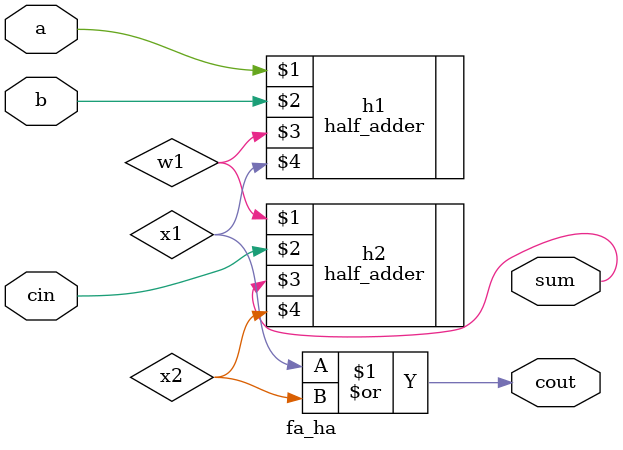
<source format=v>

module fa_ha(input a, b, cin,
             output sum, cout
             );


             half_adder h1(a, b, w1, x1);
             half_adder h2(w1, cin, sum, x2);

             assign cout = x1 | x2;

endmodule


</source>
